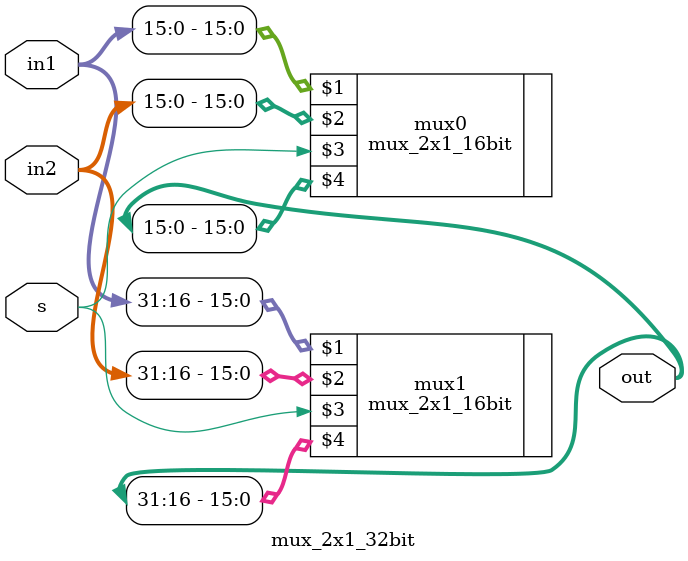
<source format=v>
module mux_2x1_32bit (input [31:0] in1, input [31:0] in2, input s, output [31:0] out);
	mux_2x1_16bit mux0(in1[15:0], in2[15:0], s, out[15:0]);
	mux_2x1_16bit mux1(in1[31:16], in2[31:16], s, out[31:16]);
endmodule
</source>
